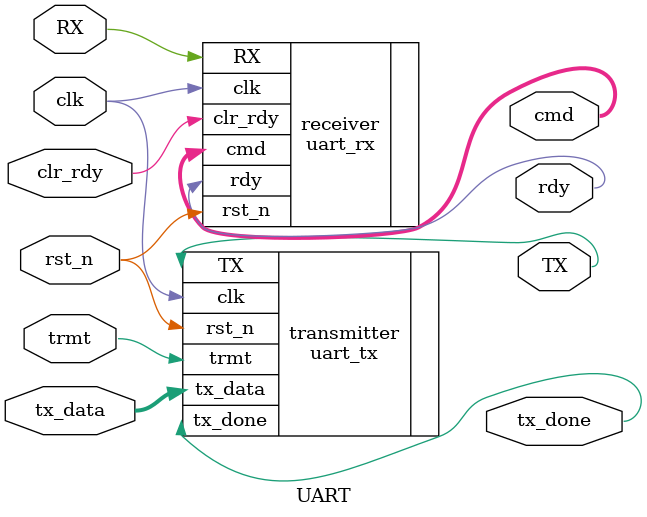
<source format=sv>
module UART(clk, rst_n, trmt, tx_data, TX, RX, tx_done, clr_rdy, cmd, rdy);

input logic clk, rst_n, trmt, RX, clr_rdy;
input logic [7:0] tx_data;
output logic rdy, TX, tx_done;
output logic [7:0] cmd;

// Instantiate transmitter and receiver
uart_tx transmitter (.clk(clk), .rst_n(rst_n), .trmt(trmt), .tx_data(tx_data), .TX(TX), .tx_done(tx_done) );
uart_rx receiver (.clk(clk), .rst_n(rst_n), .RX(RX), .clr_rdy(clr_rdy), .cmd(cmd), .rdy(rdy) );

endmodule

</source>
